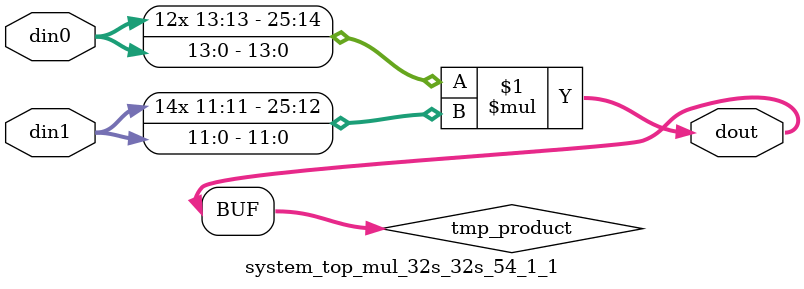
<source format=v>

`timescale 1 ns / 1 ps

 module system_top_mul_32s_32s_54_1_1(din0, din1, dout);
parameter ID = 1;
parameter NUM_STAGE = 0;
parameter din0_WIDTH = 14;
parameter din1_WIDTH = 12;
parameter dout_WIDTH = 26;

input [din0_WIDTH - 1 : 0] din0; 
input [din1_WIDTH - 1 : 0] din1; 
output [dout_WIDTH - 1 : 0] dout;

wire signed [dout_WIDTH - 1 : 0] tmp_product;



























assign tmp_product = $signed(din0) * $signed(din1);








assign dout = tmp_product;





















endmodule

</source>
